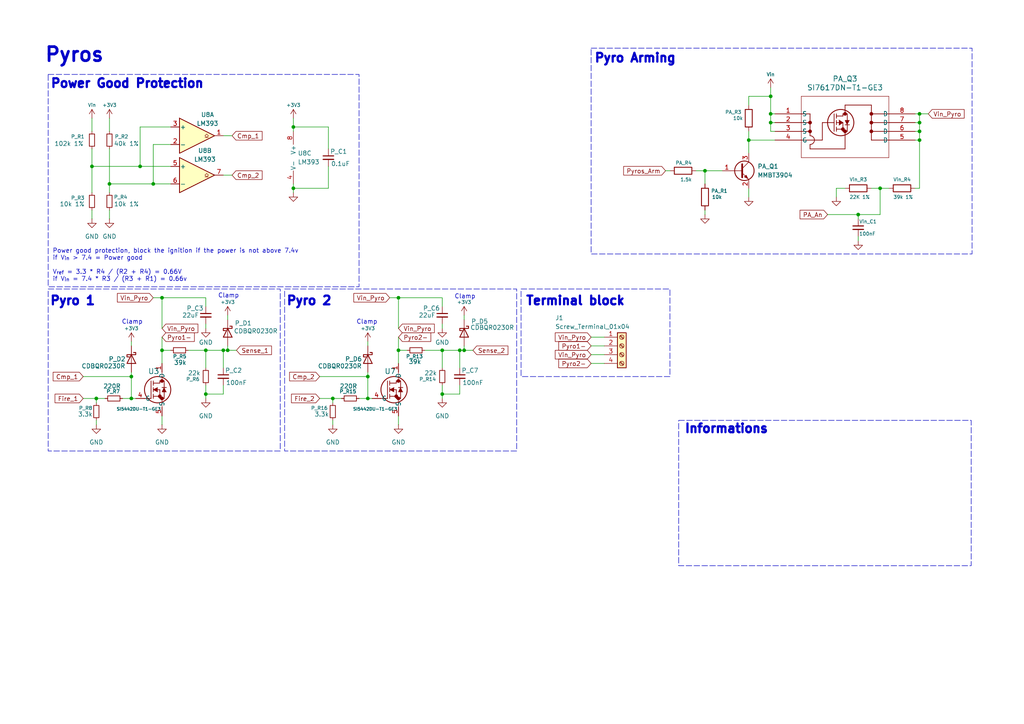
<source format=kicad_sch>
(kicad_sch (version 20250114) (generator "eeschema") (generator_version "9.0")
  (paper "A4")
  (lib_symbols
    (symbol "Comparator:LM393" (pin_names (offset 0.127))
      (property "Reference" "U" (at 3.81 3.81 0))
      (property "Value" "LM393" (at 6.35 -3.81 0))
      (symbol "LM393_1_1"
        (polyline (pts (xy -5.08 5.08) (xy 5.08 0) (xy -5.08 -5.08) (xy -5.08 5.08)) (stroke (width 0.254)) (fill (type background)))
        (polyline (pts (xy 3.302 -0.508) (xy 2.794 -0.508) (xy 3.302 0) (xy 2.794 0.508) (xy 2.286 0) (xy 2.794 -0.508) (xy 2.286 -0.508)) (stroke (width 0.127)))
        (pin input line (at -7.62 2.54 0) (length 2.54) (name "+") (number "3"))
        (pin input line (at -7.62 -2.54 0) (length 2.54) (name "-") (number "2"))
        (pin open_collector line (at 7.62 0 180) (length 2.54) (name "~") (number "1"))
      )
      (symbol "LM393_2_1"
        (polyline (pts (xy -5.08 5.08) (xy 5.08 0) (xy -5.08 -5.08) (xy -5.08 5.08)) (stroke (width 0.254)) (fill (type background)))
        (polyline (pts (xy 3.302 -0.508) (xy 2.794 -0.508) (xy 3.302 0) (xy 2.794 0.508) (xy 2.286 0) (xy 2.794 -0.508) (xy 2.286 -0.508)) (stroke (width 0.127)))
        (pin input line (at -7.62 2.54 0) (length 2.54) (name "+") (number "5"))
        (pin input line (at -7.62 -2.54 0) (length 2.54) (name "-") (number "6"))
        (pin open_collector line (at 7.62 0 180) (length 2.54) (name "~") (number "7"))
      )
      (symbol "LM393_3_1"
        (pin power_in line (at -2.54 7.62 270) (length 3.81) (name "V+") (number "8"))
        (pin power_in line (at -2.54 -7.62 90) (length 3.81) (name "V-") (number "4"))
      )
    )
    (symbol "Connector:Screw_Terminal_01x04" (pin_names (offset 1.016) (hide yes))
      (property "Reference" "J" (at 0 5.08 0))
      (property "Value" "Screw_Terminal_01x04" (at 0 -7.62 0))
      (symbol "Screw_Terminal_01x04_1_1"
        (rectangle (start -1.27 3.81) (end 1.27 -6.35) (stroke (width 0.254)) (fill (type background)))
        (polyline (pts (xy -0.5334 2.8702) (xy 0.3302 2.032)) (stroke (width 0.1524)))
        (polyline (pts (xy -0.5334 0.3302) (xy 0.3302 -0.508)) (stroke (width 0.1524)))
        (polyline (pts (xy -0.5334 -2.2098) (xy 0.3302 -3.048)) (stroke (width 0.1524)))
        (polyline (pts (xy -0.5334 -4.7498) (xy 0.3302 -5.588)) (stroke (width 0.1524)))
        (polyline (pts (xy -0.3556 3.048) (xy 0.508 2.2098)) (stroke (width 0.1524)))
        (polyline (pts (xy -0.3556 0.508) (xy 0.508 -0.3302)) (stroke (width 0.1524)))
        (polyline (pts (xy -0.3556 -2.032) (xy 0.508 -2.8702)) (stroke (width 0.1524)))
        (polyline (pts (xy -0.3556 -4.572) (xy 0.508 -5.4102)) (stroke (width 0.1524)))
        (circle (center 0 2.54) (radius 0.635) (stroke (width 0.1524)))
        (circle (center 0 0) (radius 0.635) (stroke (width 0.1524)))
        (circle (center 0 -2.54) (radius 0.635) (stroke (width 0.1524)))
        (circle (center 0 -5.08) (radius 0.635) (stroke (width 0.1524)))
        (pin passive line (at -5.08 2.54 0) (length 3.81) (name "Pin_1") (number "1"))
        (pin passive line (at -5.08 0 0) (length 3.81) (name "Pin_2") (number "2"))
        (pin passive line (at -5.08 -2.54 0) (length 3.81) (name "Pin_3") (number "3"))
        (pin passive line (at -5.08 -5.08 0) (length 3.81) (name "Pin_4") (number "4"))
      )
    )
    (symbol "Device:C_Small" (pin_numbers (hide yes)) (pin_names (offset 0.254) (hide yes))
      (property "Reference" "C" (at 0.254 1.778 0))
      (property "Value" "C_Small" (at 0.254 -2.032 0))
      (symbol "C_Small_0_1"
        (polyline (pts (xy -1.524 0.508) (xy 1.524 0.508)) (stroke (width 0.3048)))
        (polyline (pts (xy -1.524 -0.508) (xy 1.524 -0.508)) (stroke (width 0.3302)))
      )
      (symbol "C_Small_1_1"
        (pin passive line (at 0 2.54 270) (length 2.032) (name "~") (number "1"))
        (pin passive line (at 0 -2.54 90) (length 2.032) (name "~") (number "2"))
      )
    )
    (symbol "Device:R" (pin_numbers (hide yes)) (pin_names (offset 0))
      (property "Reference" "R" (at 2.032 0 90))
      (property "Value" "R" (at 0 0 90))
      (symbol "R_0_1"
        (rectangle (start -1.016 -2.54) (end 1.016 2.54) (stroke (width 0.254)))
      )
      (symbol "R_1_1"
        (pin passive line (at 0 3.81 270) (length 1.27) (name "~") (number "1"))
        (pin passive line (at 0 -3.81 90) (length 1.27) (name "~") (number "2"))
      )
    )
    (symbol "Device:R_Small" (pin_numbers (hide yes)) (pin_names (offset 0.254) (hide yes))
      (property "Reference" "R" (at 0 0 90))
      (property "Value" "R_Small" (at 1.778 0 90))
      (symbol "R_Small_0_1"
        (rectangle (start -0.762 1.778) (end 0.762 -1.778) (stroke (width 0.2032)))
      )
      (symbol "R_Small_1_1"
        (pin passive line (at 0 2.54 270) (length 0.762) (name "~") (number "1"))
        (pin passive line (at 0 -2.54 90) (length 0.762) (name "~") (number "2"))
      )
    )
    (symbol "Diode:BAT54J" (pin_numbers (hide yes)) (pin_names (offset 1.016) (hide yes))
      (property "Reference" "D" (at 0 2.54 0))
      (property "Value" "BAT54J" (at 0 -2.54 0))
      (symbol "BAT54J_0_1"
        (polyline (pts (xy -1.905 0.635) (xy -1.905 1.27) (xy -1.27 1.27) (xy -1.27 -1.27) (xy -0.635 -1.27) (xy -0.635 -0.635)) (stroke (width 0.254)))
        (polyline (pts (xy 1.27 1.27) (xy 1.27 -1.27) (xy -1.27 0) (xy 1.27 1.27)) (stroke (width 0.254)))
        (polyline (pts (xy 1.27 0) (xy -1.27 0)))
      )
      (symbol "BAT54J_1_1"
        (pin passive line (at -3.81 0 0) (length 2.54) (name "K") (number "1"))
        (pin passive line (at 3.81 0 180) (length 2.54) (name "A") (number "2"))
      )
    )
    (symbol "GND_1" (power) (pin_numbers (hide yes)) (pin_names (offset 0) (hide yes))
      (property "Value" "GND" (at 0 -3.81 0))
      (symbol "GND_1_0_1"
        (polyline (pts (xy 0 0) (xy 0 -1.27) (xy 1.27 -1.27) (xy 0 -2.54) (xy -1.27 -1.27) (xy 0 -1.27)))
      )
      (symbol "GND_1_1_1"
        (pin power_in line (at 0 0 270) (length 0) (name "~") (number "1"))
      )
    )
    (symbol "ODB2:SI5442DU-T1-GE3" (pin_names (offset 0.254))
      (property "Value" "SI5442DU-T1-GE3" (at 22.098 1.778 0))
      (symbol "SI5442DU-T1-GE3_0_1"
        (polyline (pts (xy 2.54 0) (xy 4.445 0)) (stroke (width 0.2032)))
        (polyline (pts (xy 4.445 0) (xy 4.445 5.08)) (stroke (width 0.2032)))
        (polyline (pts (xy 5.08 4.445) (xy 6.985 4.445)) (stroke (width 0.2032)))
        (polyline (pts (xy 5.08 3.81) (xy 5.08 5.08)) (stroke (width 0.2032)))
        (polyline (pts (xy 5.08 1.905) (xy 5.08 3.175)) (stroke (width 0.2032)))
        (polyline (pts (xy 5.08 0.635) (xy 6.985 0.635)) (stroke (width 0.2032)))
        (polyline (pts (xy 5.08 0) (xy 5.08 1.27)) (stroke (width 0.2032)))
        (polyline (pts (xy 6.35 3.175) (xy 5.08 2.54) (xy 6.35 1.905)) (fill (type outline)))
        (polyline (pts (xy 6.35 2.54) (xy 6.985 2.54)) (stroke (width 0.2032)))
        (circle (center 6.35 2.54) (radius 3.81) (stroke (width 0.254)))
        (polyline (pts (xy 6.985 5.08) (xy 8.255 5.08)) (stroke (width 0.2032)))
        (polyline (pts (xy 6.985 4.445) (xy 6.985 5.08)) (stroke (width 0.2032)))
        (circle (center 6.985 0.635) (radius 0.0254) (stroke (width 0.508)))
        (polyline (pts (xy 6.985 0) (xy 6.985 2.54)) (stroke (width 0.2032)))
        (polyline (pts (xy 6.985 0) (xy 8.255 0)) (stroke (width 0.2032)))
        (polyline (pts (xy 7.62 7.62) (xy 7.62 5.08)) (stroke (width 0.127)))
        (circle (center 7.62 5.08) (radius 0.0254) (stroke (width 0.508)))
        (circle (center 7.62 0) (radius 0.0254) (stroke (width 0.508)))
        (polyline (pts (xy 7.62 -2.54) (xy 7.62 0)) (stroke (width 0.127)))
        (polyline (pts (xy 8.255 3.175) (xy 8.255 5.08)) (stroke (width 0.2032)))
        (polyline (pts (xy 8.255 0) (xy 8.255 1.905)) (stroke (width 0.2032)))
        (polyline (pts (xy 8.89 3.175) (xy 7.62 3.175)) (stroke (width 0.2032)))
        (polyline (pts (xy 8.89 1.905) (xy 7.62 1.905) (xy 8.255 3.175)) (fill (type outline)))
        (pin unspecified line (at 0 0 0) (length 2.54) (name "G") (number "4"))
        (pin unspecified line (at 7.62 10.16 270) (length 2.54) (name "D") (number "1"))
        (pin unspecified line (at 7.62 -5.08 90) (length 2.54) (name "S") (number "5"))
      )
      (symbol "SI5442DU-T1-GE3_1_1"
        (pin unspecified line (at 7.62 10.16 270) (length 2.54) (hide yes) (name "D") (number "10"))
        (pin unspecified line (at 7.62 10.16 270) (length 2.54) (hide yes) (name "D") (number "2"))
        (pin unspecified line (at 7.62 10.16 270) (length 2.54) (hide yes) (name "D") (number "3"))
        (pin unspecified line (at 7.62 10.16 270) (length 2.54) (hide yes) (name "D") (number "6"))
        (pin unspecified line (at 7.62 10.16 270) (length 2.54) (hide yes) (name "D") (number "7"))
        (pin unspecified line (at 7.62 10.16 270) (length 2.54) (hide yes) (name "D") (number "8"))
        (pin unspecified line (at 7.62 -5.08 90) (length 2.54) (hide yes) (name "S") (number "9"))
      )
    )
    (symbol "ODB2:SI7617DN-T1-GE3" (pin_names (offset 0.254))
      (property "Reference" "PA_Q3" (at 20.32 10.16 0))
      (property "Value" "SI7617DN-T1-GE3" (at 20.32 7.62 0))
      (symbol "SI7617DN-T1-GE3_0_1"
        (polyline (pts (xy 7.62 5.08) (xy 7.62 -12.7)) (stroke (width 0.127)))
        (polyline (pts (xy 7.62 -7.62) (xy 13.716 -7.62)) (stroke (width 0.2032)))
        (polyline (pts (xy 7.62 -12.7) (xy 33.02 -12.7)) (stroke (width 0.127)))
        (arc (start 10.16 -6.35) (mid 11.4244 -7.62) (end 10.16 -8.89) (stroke (width 0.2032)))
        (polyline (pts (xy 10.16 0) (xy 7.62 0)) (stroke (width 0.2032)))
        (polyline (pts (xy 10.16 -2.54) (xy 7.62 -2.54)) (stroke (width 0.2032)))
        (circle (center 10.16 -2.54) (radius 0.0254) (stroke (width 0.508)))
        (polyline (pts (xy 10.16 -5.08) (xy 7.62 -5.08)) (stroke (width 0.2032)))
        (circle (center 10.16 -5.08) (radius 0.0254) (stroke (width 0.508)))
        (polyline (pts (xy 10.16 -6.35) (xy 10.16 0)) (stroke (width 0.2032)))
        (polyline (pts (xy 10.16 -10.16) (xy 10.16 -8.89)) (stroke (width 0.2032)))
        (polyline (pts (xy 13.716 -2.54) (xy 17.145 -2.54)) (stroke (width 0.2032)))
        (polyline (pts (xy 13.716 -7.62) (xy 13.716 -2.54)) (stroke (width 0.2032)))
        (polyline (pts (xy 17.145 -5.08) (xy 17.145 0)) (stroke (width 0.2032)))
        (polyline (pts (xy 17.78 -0.635) (xy 19.685 -0.635)) (stroke (width 0.2032)))
        (polyline (pts (xy 17.78 -1.27) (xy 17.78 0)) (stroke (width 0.2032)))
        (polyline (pts (xy 17.78 -2.54) (xy 19.685 -2.54)) (stroke (width 0.2032)))
        (polyline (pts (xy 17.78 -3.175) (xy 17.78 -1.905)) (stroke (width 0.2032)))
        (polyline (pts (xy 17.78 -4.445) (xy 19.685 -4.445)) (stroke (width 0.2032)))
        (polyline (pts (xy 17.78 -5.08) (xy 17.78 -3.81)) (stroke (width 0.2032)))
        (polyline (pts (xy 18.542 -1.778) (xy 19.685 -2.54) (xy 18.542 -3.302)) (fill (type outline)))
        (circle (center 19.05 -2.54) (radius 3.81) (stroke (width 0.254)))
        (polyline (pts (xy 19.685 0) (xy 20.955 0)) (stroke (width 0.2032)))
        (polyline (pts (xy 19.685 -0.635) (xy 19.685 0)) (stroke (width 0.2032)))
        (circle (center 19.685 -4.445) (radius 0.0254) (stroke (width 0.508)))
        (polyline (pts (xy 19.685 -5.08) (xy 19.685 -2.54)) (stroke (width 0.2032)))
        (polyline (pts (xy 19.685 -5.08) (xy 20.955 -5.08)) (stroke (width 0.2032)))
        (polyline (pts (xy 20.32 0) (xy 20.32 2.54)) (stroke (width 0.2032)))
        (circle (center 20.32 0) (radius 0.0254) (stroke (width 0.508)))
        (circle (center 20.32 -5.08) (radius 0.0254) (stroke (width 0.508)))
        (polyline (pts (xy 20.32 -10.16) (xy 10.16 -10.16)) (stroke (width 0.2032)))
        (polyline (pts (xy 20.32 -10.16) (xy 20.32 -5.08)) (stroke (width 0.2032)))
        (polyline (pts (xy 20.955 -1.905) (xy 20.955 0)) (stroke (width 0.2032)))
        (polyline (pts (xy 20.955 -5.08) (xy 20.955 -3.175)) (stroke (width 0.2032)))
        (polyline (pts (xy 21.59 -1.905) (xy 20.32 -1.905) (xy 20.955 -3.175)) (fill (type outline)))
        (polyline (pts (xy 21.59 -3.175) (xy 20.32 -3.175)) (stroke (width 0.2032)))
        (polyline (pts (xy 27.94 2.54) (xy 20.32 2.54)) (stroke (width 0.2032)))
        (polyline (pts (xy 27.94 0) (xy 33.02 0)) (stroke (width 0.2032)))
        (circle (center 27.94 0) (radius 0.0254) (stroke (width 0.508)))
        (polyline (pts (xy 27.94 -2.54) (xy 33.02 -2.54)) (stroke (width 0.2032)))
        (circle (center 27.94 -2.54) (radius 0.0254) (stroke (width 0.508)))
        (polyline (pts (xy 27.94 -5.08) (xy 33.02 -5.08)) (stroke (width 0.2032)))
        (circle (center 27.94 -5.08) (radius 0.0254) (stroke (width 0.508)))
        (polyline (pts (xy 27.94 -7.62) (xy 27.94 2.54)) (stroke (width 0.2032)))
        (polyline (pts (xy 27.94 -7.62) (xy 33.02 -7.62)) (stroke (width 0.2032)))
        (polyline (pts (xy 33.02 5.08) (xy 7.62 5.08)) (stroke (width 0.127)))
        (polyline (pts (xy 33.02 -12.7) (xy 33.02 5.08)) (stroke (width 0.127)))
        (pin unspecified line (at 0 0 0) (length 7.62) (name "S") (number "1"))
        (pin unspecified line (at 0 -2.54 0) (length 7.62) (name "S") (number "2"))
        (pin unspecified line (at 0 -5.08 0) (length 7.62) (name "S") (number "3"))
        (pin unspecified line (at 0 -7.62 0) (length 7.62) (name "G") (number "4"))
        (pin unspecified line (at 40.64 0 180) (length 7.62) (name "D") (number "8"))
        (pin unspecified line (at 40.64 -2.54 180) (length 7.62) (name "D") (number "7"))
        (pin unspecified line (at 40.64 -5.08 180) (length 7.62) (name "D") (number "6"))
        (pin unspecified line (at 40.64 -7.62 180) (length 7.62) (name "D") (number "5"))
      )
      (symbol "SI7617DN-T1-GE3_1_1"
        (pin unspecified line (at 40.64 0 180) (length 7.62) (hide yes) (name "D") (number "9"))
      )
    )
    (symbol "SI5442DU-T1-GE3_3" (pin_names (offset 0.254))
      (property "Value" "SI5442DU-T1-GE3" (at 22.098 1.778 0))
      (symbol "SI5442DU-T1-GE3_3_0_1"
        (polyline (pts (xy 2.54 0) (xy 4.445 0)) (stroke (width 0.2032)))
        (polyline (pts (xy 4.445 0) (xy 4.445 5.08)) (stroke (width 0.2032)))
        (polyline (pts (xy 5.08 4.445) (xy 6.985 4.445)) (stroke (width 0.2032)))
        (polyline (pts (xy 5.08 3.81) (xy 5.08 5.08)) (stroke (width 0.2032)))
        (polyline (pts (xy 5.08 1.905) (xy 5.08 3.175)) (stroke (width 0.2032)))
        (polyline (pts (xy 5.08 0.635) (xy 6.985 0.635)) (stroke (width 0.2032)))
        (polyline (pts (xy 5.08 0) (xy 5.08 1.27)) (stroke (width 0.2032)))
        (polyline (pts (xy 6.35 3.175) (xy 5.08 2.54) (xy 6.35 1.905)) (fill (type outline)))
        (polyline (pts (xy 6.35 2.54) (xy 6.985 2.54)) (stroke (width 0.2032)))
        (circle (center 6.35 2.54) (radius 3.81) (stroke (width 0.254)))
        (polyline (pts (xy 6.985 5.08) (xy 8.255 5.08)) (stroke (width 0.2032)))
        (polyline (pts (xy 6.985 4.445) (xy 6.985 5.08)) (stroke (width 0.2032)))
        (circle (center 6.985 0.635) (radius 0.0254) (stroke (width 0.508)))
        (polyline (pts (xy 6.985 0) (xy 6.985 2.54)) (stroke (width 0.2032)))
        (polyline (pts (xy 6.985 0) (xy 8.255 0)) (stroke (width 0.2032)))
        (polyline (pts (xy 7.62 7.62) (xy 7.62 5.08)) (stroke (width 0.127)))
        (circle (center 7.62 5.08) (radius 0.0254) (stroke (width 0.508)))
        (circle (center 7.62 0) (radius 0.0254) (stroke (width 0.508)))
        (polyline (pts (xy 7.62 -2.54) (xy 7.62 0)) (stroke (width 0.127)))
        (polyline (pts (xy 8.255 3.175) (xy 8.255 5.08)) (stroke (width 0.2032)))
        (polyline (pts (xy 8.255 0) (xy 8.255 1.905)) (stroke (width 0.2032)))
        (polyline (pts (xy 8.89 3.175) (xy 7.62 3.175)) (stroke (width 0.2032)))
        (polyline (pts (xy 8.89 1.905) (xy 7.62 1.905) (xy 8.255 3.175)) (fill (type outline)))
        (pin unspecified line (at 0 0 0) (length 2.54) (name "G") (number "4"))
        (pin unspecified line (at 7.62 10.16 270) (length 2.54) (name "D") (number "1"))
        (pin unspecified line (at 7.62 -5.08 90) (length 2.54) (name "S") (number "5"))
      )
      (symbol "SI5442DU-T1-GE3_3_1_1"
        (pin unspecified line (at 7.62 10.16 270) (length 2.54) (hide yes) (name "D") (number "10"))
        (pin unspecified line (at 7.62 10.16 270) (length 2.54) (hide yes) (name "D") (number "2"))
        (pin unspecified line (at 7.62 10.16 270) (length 2.54) (hide yes) (name "D") (number "3"))
        (pin unspecified line (at 7.62 10.16 270) (length 2.54) (hide yes) (name "D") (number "6"))
        (pin unspecified line (at 7.62 10.16 270) (length 2.54) (hide yes) (name "D") (number "7"))
        (pin unspecified line (at 7.62 10.16 270) (length 2.54) (hide yes) (name "D") (number "8"))
        (pin unspecified line (at 7.62 -5.08 90) (length 2.54) (hide yes) (name "S") (number "9"))
      )
    )
    (symbol "Transistor_BJT:MMBT3904" (pin_names (offset 0) (hide yes))
      (property "Reference" "Q" (at 5.08 1.905 0))
      (property "Value" "MMBT3904" (at 5.08 0 0))
      (symbol "MMBT3904_0_1"
        (polyline (pts (xy -2.54 0) (xy 0.635 0)))
        (polyline (pts (xy 0.635 1.905) (xy 0.635 -1.905)) (stroke (width 0.508)))
        (circle (center 1.27 0) (radius 2.8194) (stroke (width 0.254)))
      )
      (symbol "MMBT3904_1_1"
        (polyline (pts (xy 0.635 0.635) (xy 2.54 2.54)))
        (polyline (pts (xy 0.635 -0.635) (xy 2.54 -2.54)))
        (polyline (pts (xy 1.27 -1.778) (xy 1.778 -1.27) (xy 2.286 -2.286) (xy 1.27 -1.778)) (fill (type outline)))
        (pin input line (at -5.08 0 0) (length 2.54) (name "B") (number "1"))
        (pin passive line (at 2.54 5.08 270) (length 2.54) (name "C") (number "3"))
        (pin passive line (at 2.54 -5.08 90) (length 2.54) (name "E") (number "2"))
      )
    )
    (symbol "power:+12V" (power) (pin_names (offset 0))
      (property "Value" "+12V" (at 0 3.556 0))
      (symbol "+12V_0_1"
        (polyline (pts (xy -0.762 1.27) (xy 0 2.54)))
        (polyline (pts (xy 0 2.54) (xy 0.762 1.27)))
        (polyline (pts (xy 0 0) (xy 0 2.54)))
      )
      (symbol "+12V_1_1"
        (pin power_in line (at 0 0 90) (length 0) (hide yes) (name "+12V") (number "1"))
      )
    )
    (symbol "power:+3V3" (power) (pin_names (offset 0))
      (property "Value" "+3V3" (at 0 3.556 0))
      (symbol "+3V3_0_1"
        (polyline (pts (xy -0.762 1.27) (xy 0 2.54)))
        (polyline (pts (xy 0 2.54) (xy 0.762 1.27)))
        (polyline (pts (xy 0 0) (xy 0 2.54)))
      )
      (symbol "+3V3_1_1"
        (pin power_in line (at 0 0 90) (length 0) (hide yes) (name "+3V3") (number "1"))
      )
    )
    (symbol "power:GND" (power) (pin_names (offset 0))
      (property "Value" "GND" (at 0 -3.81 0))
      (symbol "GND_0_1"
        (polyline (pts (xy 0 0) (xy 0 -1.27) (xy 1.27 -1.27) (xy 0 -2.54) (xy -1.27 -1.27) (xy 0 -1.27)))
      )
      (symbol "GND_1_1"
        (pin power_in line (at 0 0 270) (length 0) (hide yes) (name "GND") (number "1"))
      )
    )
  )
  (rectangle (start 82.55 83.82) (end 149.86 130.81) (stroke (width 0) (type dash)))
  (rectangle (start 151.13 83.82) (end 194.31 109.22) (stroke (width 0) (type dash)))
  (rectangle (start 13.97 21.59) (end 104.14 83.185) (stroke (width 0) (type dash)))
  (rectangle (start 13.97 83.82) (end 81.28 130.81) (stroke (width 0) (type dash)))
  (rectangle (start 171.45 13.97) (end 281.94 73.66) (stroke (width 0) (type dash)))
  (rectangle (start 196.85 121.92) (end 281.686 164.084) (stroke (width 0) (type dash)))
  (text "Power good protection, block the ignition if the power is not above 7.4v\nif V_{in} > 7.4 = Power good\n\nV_{ref} = 3.3 * R4 / (R2 + R4) = 0.66V\nif V_{in} = 7.4 * R3 / (R3 + R1) = 0.66v\n" (at 15.24 76.962 0) (effects (font (size 1.27 1.27)) (justify left)))
  (text "Clamp" (at 66.294 85.852 0) (effects (font (size 1.27 1.27))))
  (text "Clamp" (at 38.354 93.472 0) (effects (font (size 1.27 1.27))))
  (text "Pyro 1" (at 21.082 87.376 0) (effects (font (size 2.54 2.54) (thickness 0.8) (bold yes))))
  (text "Terminal block" (at 166.878 87.376 0) (effects (font (size 2.54 2.54) (thickness 0.8) (bold yes))))
  (text "Pyro Arming" (at 172.212 15.494 0) (effects (font (size 2.54 2.54) (thickness 0.8) (bold yes)) (justify left top)))
  (text "Clamp" (at 134.874 86.106 0) (effects (font (size 1.27 1.27))))
  (text "Pyros" (at 21.59 16.002 0) (effects (font (size 4.064 4.064) (thickness 0.8) (bold yes))))
  (text "Informations" (at 198.374 124.46 0) (effects (font (size 2.54 2.54) (thickness 0.8) (bold yes)) (justify left)))
  (text "Power Good Protection" (at 14.478 22.86 0) (effects (font (size 2.54 2.54) (thickness 0.8) (bold yes)) (justify left top)))
  (text "Pyro 2" (at 89.662 87.376 0) (effects (font (size 2.54 2.54) (thickness 0.8) (bold yes))))
  (text "Clamp" (at 106.426 93.472 0) (effects (font (size 1.27 1.27))))
  (junction (at 266.7 35.56))
  (junction (at 266.7 40.64))
  (junction (at 31.75 53.34))
  (junction (at 266.7 33.02))
  (junction (at 106.68 115.57))
  (junction (at 46.99 86.36))
  (junction (at 59.69 101.6))
  (junction (at 217.17 40.64))
  (junction (at 248.92 62.23))
  (junction (at 85.09 54.61))
  (junction (at 134.62 101.6))
  (junction (at 266.7 38.1))
  (junction (at 128.27 101.6))
  (junction (at 85.09 36.83))
  (junction (at 204.47 49.53))
  (junction (at 66.04 101.6))
  (junction (at 64.77 101.6))
  (junction (at 59.69 114.3))
  (junction (at 223.52 33.02))
  (junction (at 26.67 48.26))
  (junction (at 128.27 114.3))
  (junction (at 115.57 101.6))
  (junction (at 96.52 115.57))
  (junction (at 40.64 48.26))
  (junction (at 255.27 54.61))
  (junction (at 106.68 109.22))
  (junction (at 46.99 101.6))
  (junction (at 133.35 101.6))
  (junction (at 44.45 53.34))
  (junction (at 27.94 115.57))
  (junction (at 223.52 27.94))
  (junction (at 38.1 109.22))
  (junction (at 115.57 86.36))
  (junction (at 223.52 35.56))
  (junction (at 38.1 115.57))
  (wire (pts (xy 223.52 38.1) (xy 224.79 38.1)))
  (wire (pts (xy 38.1 115.57) (xy 39.37 115.57)))
  (wire (pts (xy 133.35 106.68) (xy 133.35 101.6)))
  (wire (pts (xy 59.69 101.6) (xy 64.77 101.6)))
  (wire (pts (xy 265.43 38.1) (xy 266.7 38.1)))
  (wire (pts (xy 38.1 109.22) (xy 38.1 115.57)))
  (wire (pts (xy 95.25 54.61) (xy 85.09 54.61)))
  (wire (pts (xy 95.25 36.83) (xy 85.09 36.83)))
  (wire (pts (xy 106.68 107.95) (xy 106.68 109.22)))
  (wire (pts (xy 217.17 54.61) (xy 217.17 57.15)))
  (wire (pts (xy 64.77 114.3) (xy 59.69 114.3)))
  (wire (pts (xy 92.71 109.22) (xy 106.68 109.22)))
  (wire (pts (xy 217.17 40.64) (xy 224.79 40.64)))
  (wire (pts (xy 128.27 101.6) (xy 128.27 106.68)))
  (wire (pts (xy 46.99 120.65) (xy 46.99 123.19)))
  (wire (pts (xy 44.45 41.91) (xy 49.53 41.91)))
  (wire (pts (xy 64.77 106.68) (xy 64.77 101.6)))
  (wire (pts (xy 265.43 33.02) (xy 266.7 33.02)))
  (wire (pts (xy 64.77 39.37) (xy 67.31 39.37)))
  (wire (pts (xy 59.69 86.36) (xy 59.69 88.9)))
  (wire (pts (xy 54.61 101.6) (xy 59.69 101.6)))
  (wire (pts (xy 115.57 101.6) (xy 118.11 101.6)))
  (wire (pts (xy 59.69 101.6) (xy 59.69 106.68)))
  (wire (pts (xy 40.64 36.83) (xy 49.53 36.83)))
  (wire (pts (xy 66.04 101.6) (xy 68.58 101.6)))
  (wire (pts (xy 223.52 33.02) (xy 224.79 33.02)))
  (wire (pts (xy 201.93 49.53) (xy 204.47 49.53)))
  (wire (pts (xy 266.7 33.02) (xy 269.24 33.02)))
  (wire (pts (xy 27.94 121.92) (xy 27.94 123.19)))
  (wire (pts (xy 66.04 100.33) (xy 66.04 101.6)))
  (wire (pts (xy 128.27 86.36) (xy 115.57 86.36)))
  (wire (pts (xy 104.14 115.57) (xy 106.68 115.57)))
  (wire (pts (xy 204.47 60.96) (xy 204.47 62.23)))
  (wire (pts (xy 133.35 111.76) (xy 133.35 114.3)))
  (wire (pts (xy 85.09 54.61) (xy 85.09 55.88)))
  (wire (pts (xy 106.68 99.06) (xy 106.68 100.33)))
  (wire (pts (xy 59.69 114.3) (xy 59.69 115.57)))
  (wire (pts (xy 35.56 115.57) (xy 38.1 115.57)))
  (wire (pts (xy 31.75 60.96) (xy 31.75 63.5)))
  (wire (pts (xy 128.27 114.3) (xy 128.27 115.57)))
  (wire (pts (xy 128.27 86.36) (xy 128.27 88.9)))
  (wire (pts (xy 171.45 102.87) (xy 175.26 102.87)))
  (wire (pts (xy 66.04 91.44) (xy 66.04 92.71)))
  (wire (pts (xy 46.99 101.6) (xy 49.53 101.6)))
  (wire (pts (xy 248.92 63.5) (xy 248.92 62.23)))
  (wire (pts (xy 133.35 114.3) (xy 128.27 114.3)))
  (wire (pts (xy 95.25 48.26) (xy 95.25 54.61)))
  (wire (pts (xy 255.27 54.61) (xy 257.81 54.61)))
  (wire (pts (xy 171.45 105.41) (xy 175.26 105.41)))
  (wire (pts (xy 217.17 38.1) (xy 217.17 40.64)))
  (wire (pts (xy 223.52 35.56) (xy 223.52 38.1)))
  (wire (pts (xy 115.57 120.65) (xy 115.57 123.19)))
  (wire (pts (xy 171.45 97.79) (xy 175.26 97.79)))
  (wire (pts (xy 134.62 100.33) (xy 134.62 101.6)))
  (wire (pts (xy 85.09 36.83) (xy 85.09 38.1)))
  (wire (pts (xy 245.11 54.61) (xy 242.57 54.61)))
  (wire (pts (xy 85.09 34.29) (xy 85.09 36.83)))
  (wire (pts (xy 266.7 40.64) (xy 266.7 38.1)))
  (wire (pts (xy 59.69 111.76) (xy 59.69 114.3)))
  (wire (pts (xy 46.99 101.6) (xy 46.99 105.41)))
  (wire (pts (xy 217.17 27.94) (xy 223.52 27.94)))
  (wire (pts (xy 44.45 53.34) (xy 49.53 53.34)))
  (wire (pts (xy 134.62 91.44) (xy 134.62 92.71)))
  (wire (pts (xy 59.69 86.36) (xy 46.99 86.36)))
  (wire (pts (xy 38.1 99.06) (xy 38.1 100.33)))
  (wire (pts (xy 26.67 34.29) (xy 26.67 38.1)))
  (wire (pts (xy 44.45 41.91) (xy 44.45 53.34)))
  (wire (pts (xy 266.7 35.56) (xy 266.7 38.1)))
  (wire (pts (xy 223.52 33.02) (xy 223.52 35.56)))
  (wire (pts (xy 26.67 48.26) (xy 26.67 55.88)))
  (wire (pts (xy 115.57 101.6) (xy 115.57 105.41)))
  (wire (pts (xy 95.25 43.18) (xy 95.25 36.83)))
  (wire (pts (xy 106.68 109.22) (xy 106.68 115.57)))
  (wire (pts (xy 30.48 115.57) (xy 27.94 115.57)))
  (wire (pts (xy 40.64 36.83) (xy 40.64 48.26)))
  (wire (pts (xy 115.57 86.36) (xy 115.57 95.25)))
  (wire (pts (xy 128.27 95.25) (xy 128.27 93.98)))
  (wire (pts (xy 128.27 111.76) (xy 128.27 114.3)))
  (wire (pts (xy 266.7 35.56) (xy 266.7 33.02)))
  (wire (pts (xy 38.1 107.95) (xy 38.1 109.22)))
  (wire (pts (xy 31.75 43.18) (xy 31.75 53.34)))
  (wire (pts (xy 44.45 53.34) (xy 31.75 53.34)))
  (wire (pts (xy 64.77 50.8) (xy 67.31 50.8)))
  (wire (pts (xy 26.67 48.26) (xy 40.64 48.26)))
  (wire (pts (xy 265.43 40.64) (xy 266.7 40.64)))
  (wire (pts (xy 265.43 35.56) (xy 266.7 35.56)))
  (wire (pts (xy 44.45 86.36) (xy 46.99 86.36)))
  (wire (pts (xy 31.75 53.34) (xy 31.75 55.88)))
  (wire (pts (xy 134.62 101.6) (xy 137.16 101.6)))
  (wire (pts (xy 26.67 60.96) (xy 26.67 63.5)))
  (wire (pts (xy 24.13 115.57) (xy 27.94 115.57)))
  (wire (pts (xy 255.27 62.23) (xy 255.27 54.61)))
  (wire (pts (xy 266.7 54.61) (xy 266.7 40.64)))
  (wire (pts (xy 248.92 69.85) (xy 248.92 68.58)))
  (wire (pts (xy 217.17 30.48) (xy 217.17 27.94)))
  (wire (pts (xy 59.69 95.25) (xy 59.69 93.98)))
  (wire (pts (xy 27.94 115.57) (xy 27.94 116.84)))
  (wire (pts (xy 204.47 49.53) (xy 204.47 53.34)))
  (wire (pts (xy 133.35 101.6) (xy 134.62 101.6)))
  (wire (pts (xy 85.09 53.34) (xy 85.09 54.61)))
  (wire (pts (xy 64.77 111.76) (xy 64.77 114.3)))
  (wire (pts (xy 248.92 62.23) (xy 255.27 62.23)))
  (wire (pts (xy 217.17 40.64) (xy 217.17 44.45)))
  (wire (pts (xy 265.43 54.61) (xy 266.7 54.61)))
  (wire (pts (xy 96.52 121.92) (xy 96.52 123.19)))
  (wire (pts (xy 223.52 25.4) (xy 223.52 27.94)))
  (wire (pts (xy 64.77 101.6) (xy 66.04 101.6)))
  (wire (pts (xy 46.99 86.36) (xy 46.99 95.25)))
  (wire (pts (xy 252.73 54.61) (xy 255.27 54.61)))
  (wire (pts (xy 31.75 34.29) (xy 31.75 38.1)))
  (wire (pts (xy 106.68 115.57) (xy 107.95 115.57)))
  (wire (pts (xy 240.03 62.23) (xy 248.92 62.23)))
  (wire (pts (xy 24.13 109.22) (xy 38.1 109.22)))
  (wire (pts (xy 224.79 35.56) (xy 223.52 35.56)))
  (wire (pts (xy 96.52 115.57) (xy 96.52 116.84)))
  (wire (pts (xy 115.57 97.79) (xy 115.57 101.6)))
  (wire (pts (xy 171.45 100.33) (xy 175.26 100.33)))
  (wire (pts (xy 26.67 43.18) (xy 26.67 48.26)))
  (wire (pts (xy 123.19 101.6) (xy 128.27 101.6)))
  (wire (pts (xy 46.99 97.79) (xy 46.99 101.6)))
  (wire (pts (xy 92.71 115.57) (xy 96.52 115.57)))
  (wire (pts (xy 113.03 86.36) (xy 115.57 86.36)))
  (wire (pts (xy 99.06 115.57) (xy 96.52 115.57)))
  (wire (pts (xy 128.27 101.6) (xy 133.35 101.6)))
  (wire (pts (xy 193.04 49.53) (xy 194.31 49.53)))
  (wire (pts (xy 242.57 54.61) (xy 242.57 57.15)))
  (wire (pts (xy 223.52 27.94) (xy 223.52 33.02)))
  (wire (pts (xy 40.64 48.26) (xy 49.53 48.26)))
  (wire (pts (xy 204.47 49.53) (xy 209.55 49.53)))
  (global_label "Fire_2" (shape input) (at 92.71 115.57 180) (property "Intersheetrefs" "${INTERSHEET_REFS}" (effects (hide yes))))
  (global_label "Pyros_Arm" (shape input) (at 193.04 49.53 180) (property "Intersheetrefs" "${INTERSHEET_REFS}" (effects (hide yes))))
  (global_label "Sense_2" (shape input) (at 137.16 101.6 0) (property "Intersheetrefs" "${INTERSHEET_REFS}" (effects (hide yes))))
  (global_label "Vin_Pyro" (shape input) (at 171.45 97.79 180) (property "Intersheetrefs" "${INTERSHEET_REFS}" (effects (hide yes))))
  (global_label "Vin_Pyro" (shape input) (at 171.45 102.87 180) (property "Intersheetrefs" "${INTERSHEET_REFS}" (effects (hide yes))))
  (global_label "Vin_Pyro" (shape input) (at 269.24 33.02 0) (property "Intersheetrefs" "${INTERSHEET_REFS}" (effects (hide yes))))
  (global_label "Fire_1" (shape input) (at 24.13 115.57 180) (property "Intersheetrefs" "${INTERSHEET_REFS}" (effects (hide yes))))
  (global_label "Cmp_1" (shape input) (at 67.31 39.37 0) (property "Intersheetrefs" "${INTERSHEET_REFS}" (effects (hide yes))))
  (global_label "Cmp_2" (shape input) (at 67.31 50.8 0) (property "Intersheetrefs" "${INTERSHEET_REFS}" (effects (hide yes))))
  (global_label "Cmp_2" (shape input) (at 92.71 109.22 180) (property "Intersheetrefs" "${INTERSHEET_REFS}" (effects (hide yes))))
  (global_label "PA_An" (shape input) (at 240.03 62.23 180) (property "Intersheetrefs" "${INTERSHEET_REFS}" (effects (hide yes))))
  (global_label "Vin_Pyro" (shape input) (at 44.45 86.36 180) (property "Intersheetrefs" "${INTERSHEET_REFS}" (effects (hide yes))))
  (global_label "Pyro1-" (shape input) (at 171.45 100.33 180) (property "Intersheetrefs" "${INTERSHEET_REFS}" (effects (hide yes))))
  (global_label "Pyro2-" (shape input) (at 115.57 97.79 0) (property "Intersheetrefs" "${INTERSHEET_REFS}" (effects (hide yes))))
  (global_label "Cmp_1" (shape input) (at 24.13 109.22 180) (property "Intersheetrefs" "${INTERSHEET_REFS}" (effects (hide yes))))
  (global_label "Sense_1" (shape input) (at 68.58 101.6 0) (property "Intersheetrefs" "${INTERSHEET_REFS}" (effects (hide yes))))
  (global_label "Vin_Pyro" (shape input) (at 115.57 95.25 0) (property "Intersheetrefs" "${INTERSHEET_REFS}" (effects (hide yes))))
  (global_label "Pyro2-" (shape input) (at 171.45 105.41 180) (property "Intersheetrefs" "${INTERSHEET_REFS}" (effects (hide yes))))
  (global_label "Pyro1-" (shape input) (at 46.99 97.79 0) (property "Intersheetrefs" "${INTERSHEET_REFS}" (effects (hide yes))))
  (global_label "Vin_Pyro" (shape input) (at 46.99 95.25 0) (property "Intersheetrefs" "${INTERSHEET_REFS}" (effects (hide yes))))
  (global_label "Vin_Pyro" (shape input) (at 113.03 86.36 180) (property "Intersheetrefs" "${INTERSHEET_REFS}" (effects (hide yes))))
  (symbol (lib_name "GND_1") (lib_id "power:GND") (at 27.94 123.19 0) (unit 1)
    (property "Reference" "#PWR02" (effects (hide yes)))
    (property "Value" "GND" (at 27.94 128.27 0))
    (property "Description" "Power symbol creates a global label with name \"GND\" , ground" (effects (hide yes)))
  )
  (symbol (lib_id "Device:R_Small") (at 31.75 58.42 0) (unit 1)
    (property "Reference" "P_R4" (at 33.02 57.15 0) (effects (font (size 1.016 1.016)) (justify left)))
    (property "Value" "10k 1%" (at 33.02 59.182 0) (effects (justify left)))
    (property "Footprint" "Resistor_SMD:R_0603_1608Metric" (effects (hide yes)))
    (property "Description" "Resistor, small symbol" (effects (hide yes)))
  )
  (symbol (lib_id "Diode:BAT54J") (at 66.04 96.52 270) (unit 1)
    (property "Reference" "P_D1" (at 68.072 93.726 90) (effects (justify left)))
    (property "Value" "CDBQR0230R" (at 67.818 96.012 90) (effects (justify left)))
    (property "Footprint" "Diode_SMD:D_SOD-923" (effects (hide yes)))
    (property "Datasheet" "https://assets.nexperia.com/documents/data-sheet/BAT54J.pdf" (effects (hide yes)))
    (property "Description" "30V 200mA Schottky diode, SOD-323F" (effects (hide yes)))
  )
  (symbol (lib_id "Device:R_Small") (at 31.75 40.64 0) (unit 1)
    (property "Reference" "P_R2" (at 33.274 39.624 0) (effects (font (size 1.016 1.016)) (justify left)))
    (property "Value" "40k 1%" (at 33.02 41.656 0) (effects (justify left)))
    (property "Footprint" "Resistor_SMD:R_0603_1608Metric" (effects (hide yes)))
    (property "Description" "Resistor, small symbol" (effects (hide yes)))
  )
  (symbol (lib_id "ODB2:SI5442DU-T1-GE3") (at 107.95 115.57 0) (unit 1)
    (property "Reference" "U7" (at 111.506 107.696 0) (effects (font (size 1.524 1.524)) (justify left)))
    (property "Value" "SI5442DU-T1-GE3" (at 102.362 118.618 0) (effects (font (size 0.889 0.889)) (justify left)))
    (property "Footprint" "SON_8DU-T1-GE3_VIS" (effects (hide yes)))
    (property "Datasheet" "https://www.vishay.com/doc?63233" (effects (hide yes)))
  )
  (symbol (lib_id "power:GND") (at 85.09 55.88 0) (unit 1)
    (property "Reference" "#PWR0131" (effects (hide yes)))
    (property "Value" "GND" (effects (hide yes)))
  )
  (symbol (lib_id "power:GND") (at 204.47 62.23 0) (unit 1)
    (property "Reference" "#PWR0128" (effects (hide yes)))
    (property "Value" "GND" (effects (hide yes)))
  )
  (symbol (lib_id "Device:R_Small") (at 52.07 101.6 90) (unit 1)
    (property "Reference" "P_R5" (at 54.102 103.378 90) (effects (font (size 1.016 1.016)) (justify left)))
    (property "Value" "39k" (at 54.102 105.156 90) (effects (justify left)))
    (property "Footprint" "Resistor_SMD:R_0603_1608Metric" (effects (hide yes)))
    (property "Description" "Resistor, small symbol" (effects (hide yes)))
  )
  (symbol (lib_id "Device:R") (at 248.92 54.61 90) (unit 1)
    (property "Reference" "Vin_R3" (at 246.38 52.07 90) (effects (font (size 1 1)) (justify right)))
    (property "Value" "22K 1%" (at 246.38 57.15 90) (effects (font (size 1 1)) (justify right)))
    (property "Footprint" "Resistor_SMD:R_0603_1608Metric" (effects (hide yes)))
  )
  (symbol (lib_id "Device:R") (at 217.17 34.29 180) (unit 1)
    (property "Reference" "PA_R3" (at 210.312 32.512 0) (effects (font (size 1 1)) (justify right)))
    (property "Value" "10k" (at 212.598 34.29 0) (effects (font (size 1 1)) (justify right)))
    (property "Footprint" "Resistor_SMD:R_0603_1608Metric" (effects (hide yes)))
  )
  (symbol (lib_id "Device:R") (at 204.47 57.15 180) (unit 1)
    (property "Reference" "PA_R1" (at 206.248 55.372 0) (effects (font (size 1 1)) (justify right)))
    (property "Value" "10k" (at 206.502 57.15 0) (effects (font (size 1 1)) (justify right)))
    (property "Footprint" "Resistor_SMD:R_0603_1608Metric" (effects (hide yes)))
  )
  (symbol (lib_id "Device:C_Small") (at 59.69 91.44 0) (unit 1)
    (property "Reference" "P_C3" (at 54.102 89.408 0) (effects (justify left)))
    (property "Value" "22uF" (at 52.832 91.44 0) (effects (justify left)))
    (property "Footprint" "Capacitor_SMD:C_0603_1608Metric" (effects (hide yes)))
    (property "Description" "Unpolarized capacitor, small symbol" (effects (hide yes)))
  )
  (symbol (lib_id "Device:R_Small") (at 59.69 109.22 180) (unit 1)
    (property "Reference" "P_R6" (at 57.912 109.982 0) (effects (font (size 1.016 1.016)) (justify left)))
    (property "Value" "22k" (at 58.166 108.204 0) (effects (justify left)))
    (property "Footprint" "Resistor_SMD:R_0603_1608Metric" (effects (hide yes)))
    (property "Description" "Resistor, small symbol" (effects (hide yes)))
  )
  (symbol (lib_name "GND_1") (lib_id "power:GND") (at 31.75 63.5 0) (unit 1)
    (property "Reference" "#PWR08" (effects (hide yes)))
    (property "Value" "GND" (at 31.75 68.58 0))
    (property "Description" "Power symbol creates a global label with name \"GND\" , ground" (effects (hide yes)))
  )
  (symbol (lib_id "Device:C_Small") (at 133.35 109.22 0) (unit 1)
    (property "Reference" "P_C7" (at 133.858 107.442 0) (effects (justify left)))
    (property "Value" "100nF" (at 134.112 110.998 0) (effects (justify left)))
    (property "Footprint" "Capacitor_SMD:C_0603_1608Metric" (effects (hide yes)))
    (property "Description" "Unpolarized capacitor, small symbol" (effects (hide yes)))
  )
  (symbol (lib_name "GND_1") (lib_id "power:GND") (at 46.99 123.19 0) (unit 1)
    (property "Reference" "#PWR029" (effects (hide yes)))
    (property "Value" "GND" (at 46.99 128.27 0))
    (property "Description" "Power symbol creates a global label with name \"GND\" , ground" (effects (hide yes)))
  )
  (symbol (lib_name "GND_1") (lib_id "power:GND") (at 26.67 63.5 0) (unit 1)
    (property "Reference" "#PWR0133" (effects (hide yes)))
    (property "Value" "GND" (at 26.67 68.58 0))
    (property "Description" "Power symbol creates a global label with name \"GND\" , ground" (effects (hide yes)))
  )
  (symbol (lib_id "power:+3V3") (at 106.68 99.06 0) (unit 1)
    (property "Reference" "#PWR059" (effects (hide yes)))
    (property "Value" "+3V3" (at 106.68 95.25 0) (effects (font (size 1 1))))
  )
  (symbol (lib_id "Device:R_Small") (at 26.67 40.64 0) (unit 1)
    (property "Reference" "P_R1" (at 20.574 39.624 0) (effects (font (size 1.016 1.016)) (justify left)))
    (property "Value" "102k 1%" (at 15.748 41.656 0) (effects (justify left)))
    (property "Footprint" "Resistor_SMD:R_0603_1608Metric" (effects (hide yes)))
    (property "Description" "Resistor, small symbol" (effects (hide yes)))
  )
  (symbol (lib_id "Comparator:LM393") (at 57.15 50.8 0) (unit 2)
    (property "Reference" "U8" (at 59.436 43.688 0))
    (property "Value" "LM393" (at 59.436 46.228 0))
    (property "Datasheet" "http://www.ti.com/lit/ds/symlink/lm393.pdf" (effects (hide yes)))
    (property "Description" "Low-Power, Low-Offset Voltage, Dual Comparators, DIP-8/SOIC-8/TO-99-8" (effects (hide yes)))
  )
  (symbol (lib_id "power:GND") (at 217.17 57.15 0) (unit 1)
    (property "Reference" "#PWR066" (effects (hide yes)))
    (property "Value" "GND" (effects (hide yes)))
  )
  (symbol (lib_id "Diode:BAT54J") (at 38.1 104.14 270) (unit 1)
    (property "Reference" "P_D2" (at 31.496 104.14 90) (effects (justify left)))
    (property "Value" "CDBQR0230R" (at 23.622 106.172 90) (effects (justify left)))
    (property "Footprint" "Diode_SMD:D_SOD-923" (effects (hide yes)))
    (property "Datasheet" "https://assets.nexperia.com/documents/data-sheet/BAT54J.pdf" (effects (hide yes)))
    (property "Description" "30V 200mA Schottky diode, SOD-323F" (effects (hide yes)))
  )
  (symbol (lib_name "GND_1") (lib_id "power:GND") (at 128.27 95.25 0) (unit 1)
    (property "Reference" "#PWR062" (effects (hide yes)))
    (property "Value" "GND" (at 128.27 99.314 0))
    (property "Description" "Power symbol creates a global label with name \"GND\" , ground" (effects (hide yes)))
  )
  (symbol (lib_id "power:+3V3") (at 85.09 34.29 0) (unit 1)
    (property "Reference" "#PWR033" (effects (hide yes)))
    (property "Value" "+3V3" (at 85.09 30.48 0) (effects (font (size 1 1))))
  )
  (symbol (lib_id "Device:C_Small") (at 248.92 66.04 0) (unit 1)
    (property "Reference" "Vin_C1" (at 249.174 64.262 0) (effects (font (size 1 1)) (justify left)))
    (property "Value" "100nF" (at 249.174 67.818 0) (effects (font (size 1 1)) (justify left)))
    (property "Footprint" "Capacitor_SMD:C_0603_1608Metric" (effects (hide yes)))
    (property "Description" "Unpolarized capacitor, small symbol" (effects (hide yes)))
  )
  (symbol (lib_id "Comparator:LM393") (at 57.15 39.37 0) (unit 1)
    (property "Reference" "U8" (at 60.198 33.274 0))
    (property "Value" "LM393" (at 60.198 35.814 0))
    (property "Datasheet" "http://www.ti.com/lit/ds/symlink/lm393.pdf" (effects (hide yes)))
    (property "Description" "Low-Power, Low-Offset Voltage, Dual Comparators, DIP-8/SOIC-8/TO-99-8" (effects (hide yes)))
  )
  (symbol (lib_id "Transistor_BJT:MMBT3904") (at 214.63 49.53 0) (unit 1)
    (property "Reference" "PA_Q1" (at 219.71 48.2599 0) (effects (justify left)))
    (property "Value" "MMBT3904" (at 219.71 50.7999 0) (effects (justify left)))
    (property "Footprint" "Package_TO_SOT_SMD:SOT-23" (effects (hide yes)))
    (property "Datasheet" "https://www.onsemi.com/pdf/datasheet/pzt3904-d.pdf" (effects (hide yes)))
    (property "Description" "0.2A Ic, 40V Vce, Small Signal NPN Transistor, SOT-23" (effects (hide yes)))
  )
  (symbol (lib_id "power:+3V3") (at 31.75 34.29 0) (unit 1)
    (property "Reference" "#PWR03" (effects (hide yes)))
    (property "Value" "+3V3" (at 31.75 30.48 0) (effects (font (size 1 1))))
  )
  (symbol (lib_id "power:+12V") (at 223.52 25.4 0) (unit 1)
    (property "Reference" "#PWR067" (effects (hide yes)))
    (property "Value" "Vin" (at 223.52 21.59 0) (effects (font (size 1 1))))
  )
  (symbol (lib_id "Connector:Screw_Terminal_01x04") (at 180.34 100.33 0) (unit 1)
    (property "Reference" "J1" (at 161.036 92.202 0) (effects (justify left)))
    (property "Value" "Screw_Terminal_01x04" (at 161.036 94.742 0) (effects (justify left)))
    (property "Description" "Generic screw terminal, single row, 01x04, script generated (kicad-library-utils/schlib/autogen/connector/)" (effects (hide yes)))
  )
  (symbol (lib_id "power:+3V3") (at 38.1 99.06 0) (unit 1)
    (property "Reference" "#PWR09" (effects (hide yes)))
    (property "Value" "+3V3" (at 38.1 95.25 0) (effects (font (size 1 1))))
  )
  (symbol (lib_id "power:+3V3") (at 66.04 91.44 0) (unit 1)
    (property "Reference" "#PWR042" (effects (hide yes)))
    (property "Value" "+3V3" (at 66.04 87.63 0) (effects (font (size 1 1))))
  )
  (symbol (lib_id "Device:R_Small") (at 101.6 115.57 90) (unit 1)
    (property "Reference" "P_R15" (at 103.378 113.538 90) (effects (font (size 1.016 1.016)) (justify left)))
    (property "Value" "220R" (at 103.632 112.014 90) (effects (justify left)))
    (property "Footprint" "Resistor_SMD:R_0603_1608Metric" (effects (hide yes)))
    (property "Description" "Resistor, small symbol" (effects (hide yes)))
  )
  (symbol (lib_id "ODB2:SI7617DN-T1-GE3") (at 224.79 33.02 0) (unit 1)
    (property "Reference" "PA_Q3" (at 245.11 22.86 0) (effects (font (size 1.524 1.524))))
    (property "Value" "SI7617DN-T1-GE3" (at 245.11 25.4 0) (effects (font (size 1.524 1.524))))
    (property "Footprint" "ODB:POWERPAK_1212-8_VIS" (effects (hide yes)))
    (property "Datasheet" "https://www.vishay.com/doc?65164" (effects (hide yes)))
  )
  (symbol (lib_name "GND_1") (lib_id "power:GND") (at 59.69 115.57 0) (unit 1)
    (property "Reference" "#PWR077" (effects (hide yes)))
    (property "Value" "GND" (at 59.69 120.65 0))
    (property "Description" "Power symbol creates a global label with name \"GND\" , ground" (effects (hide yes)))
  )
  (symbol (lib_id "Device:R_Small") (at 26.67 58.42 0) (unit 1)
    (property "Reference" "P_R3" (at 20.574 57.404 0) (effects (font (size 1.016 1.016)) (justify left)))
    (property "Value" "10k 1%" (at 17.272 59.182 0) (effects (justify left)))
    (property "Footprint" "Resistor_SMD:R_0603_1608Metric" (effects (hide yes)))
    (property "Description" "Resistor, small symbol" (effects (hide yes)))
  )
  (symbol (lib_id "Device:R_Small") (at 120.65 101.6 90) (unit 1)
    (property "Reference" "P_R13" (at 122.682 103.378 90) (effects (font (size 1.016 1.016)) (justify left)))
    (property "Value" "39k" (at 122.174 104.902 90) (effects (justify left)))
    (property "Footprint" "Resistor_SMD:R_0603_1608Metric" (effects (hide yes)))
    (property "Description" "Resistor, small symbol" (effects (hide yes)))
  )
  (symbol (lib_id "Device:C_Small") (at 64.77 109.22 0) (unit 1)
    (property "Reference" "P_C2" (at 65.278 107.442 0) (effects (justify left)))
    (property "Value" "100nF" (at 65.532 110.998 0) (effects (justify left)))
    (property "Footprint" "Capacitor_SMD:C_0603_1608Metric" (effects (hide yes)))
    (property "Description" "Unpolarized capacitor, small symbol" (effects (hide yes)))
  )
  (symbol (lib_id "Comparator:LM393") (at 87.63 45.72 0) (unit 3)
    (property "Reference" "U8" (at 86.36 44.4499 0) (effects (justify left)))
    (property "Value" "LM393" (at 86.36 46.9899 0) (effects (justify left)))
    (property "Datasheet" "http://www.ti.com/lit/ds/symlink/lm393.pdf" (effects (hide yes)))
    (property "Description" "Low-Power, Low-Offset Voltage, Dual Comparators, DIP-8/SOIC-8/TO-99-8" (effects (hide yes)))
  )
  (symbol (lib_id "power:+12V") (at 26.67 34.29 0) (unit 1)
    (property "Reference" "#PWR0130" (effects (hide yes)))
    (property "Value" "Vin" (at 26.67 30.48 0) (effects (font (size 1 1))))
  )
  (symbol (lib_id "Device:R") (at 261.62 54.61 90) (unit 1)
    (property "Reference" "Vin_R4" (at 259.08 52.07 90) (effects (font (size 1 1)) (justify right)))
    (property "Value" "39k 1%" (at 259.08 57.15 90) (effects (font (size 1 1)) (justify right)))
    (property "Footprint" "Resistor_SMD:R_0603_1608Metric" (effects (hide yes)))
  )
  (symbol (lib_id "Device:R_Small") (at 27.94 119.38 0) (unit 1)
    (property "Reference" "P_R8" (at 22.86 118.364 0) (effects (font (size 1.016 1.016)) (justify left)))
    (property "Value" "3.3k" (at 22.606 120.142 0) (effects (justify left)))
    (property "Footprint" "Resistor_SMD:R_0603_1608Metric" (effects (hide yes)))
    (property "Description" "Resistor, small symbol" (effects (hide yes)))
  )
  (symbol (lib_id "power:GND") (at 248.92 69.85 0) (unit 1)
    (property "Reference" "#PWR031" (effects (hide yes)))
    (property "Value" "GND" (effects (hide yes)))
  )
  (symbol (lib_id "Device:R_Small") (at 128.27 109.22 180) (unit 1)
    (property "Reference" "P_R14" (at 126.492 109.982 0) (effects (font (size 1.016 1.016)) (justify left)))
    (property "Value" "22k" (at 126.746 108.204 0) (effects (justify left)))
    (property "Footprint" "Resistor_SMD:R_0603_1608Metric" (effects (hide yes)))
    (property "Description" "Resistor, small symbol" (effects (hide yes)))
  )
  (symbol (lib_id "Device:C_Small") (at 128.27 91.44 0) (unit 1)
    (property "Reference" "P_C6" (at 122.682 89.408 0) (effects (justify left)))
    (property "Value" "22uF" (at 121.412 91.44 0) (effects (justify left)))
    (property "Footprint" "Capacitor_SMD:C_0603_1608Metric" (effects (hide yes)))
    (property "Description" "Unpolarized capacitor, small symbol" (effects (hide yes)))
  )
  (symbol (lib_id "Device:R_Small") (at 96.52 119.38 0) (unit 1)
    (property "Reference" "P_R16" (at 90.17 118.364 0) (effects (font (size 1.016 1.016)) (justify left)))
    (property "Value" "3.3k" (at 91.186 120.142 0) (effects (justify left)))
    (property "Footprint" "Resistor_SMD:R_0603_1608Metric" (effects (hide yes)))
    (property "Description" "Resistor, small symbol" (effects (hide yes)))
  )
  (symbol (lib_name "SI5442DU-T1-GE3_3") (lib_id "ODB2:SI5442DU-T1-GE3") (at 39.37 115.57 0) (unit 1)
    (property "Reference" "U3" (at 42.926 107.696 0) (effects (font (size 1.524 1.524)) (justify left)))
    (property "Value" "SI5442DU-T1-GE3" (at 33.782 118.618 0) (effects (font (size 0.889 0.889)) (justify left)))
    (property "Footprint" "SON_8DU-T1-GE3_VIS" (effects (hide yes)))
    (property "Datasheet" "https://www.vishay.com/doc?63233" (effects (hide yes)))
  )
  (symbol (lib_name "GND_1") (lib_id "power:GND") (at 59.69 95.25 0) (unit 1)
    (property "Reference" "#PWR0103" (effects (hide yes)))
    (property "Value" "GND" (at 59.69 99.314 0))
    (property "Description" "Power symbol creates a global label with name \"GND\" , ground" (effects (hide yes)))
  )
  (symbol (lib_name "GND_1") (lib_id "power:GND") (at 115.57 123.19 0) (unit 1)
    (property "Reference" "#PWR060" (effects (hide yes)))
    (property "Value" "GND" (at 115.57 128.27 0))
    (property "Description" "Power symbol creates a global label with name \"GND\" , ground" (effects (hide yes)))
  )
  (symbol (lib_id "Device:R") (at 198.12 49.53 270) (unit 1)
    (property "Reference" "PA_R4" (at 200.66 47.244 90) (effects (font (size 1 1)) (justify right)))
    (property "Value" "1.5k" (at 200.66 52.07 90) (effects (font (size 1 1)) (justify right)))
    (property "Footprint" "Resistor_SMD:R_0603_1608Metric" (effects (hide yes)))
  )
  (symbol (lib_name "GND_1") (lib_id "power:GND") (at 96.52 123.19 0) (unit 1)
    (property "Reference" "#PWR044" (effects (hide yes)))
    (property "Value" "GND" (at 96.52 128.27 0))
    (property "Description" "Power symbol creates a global label with name \"GND\" , ground" (effects (hide yes)))
  )
  (symbol (lib_id "Diode:BAT54J") (at 106.68 104.14 270) (unit 1)
    (property "Reference" "P_D6" (at 100.076 104.14 90) (effects (justify left)))
    (property "Value" "CDBQR0230R" (at 92.202 106.172 90) (effects (justify left)))
    (property "Footprint" "Diode_SMD:D_SOD-923" (effects (hide yes)))
    (property "Datasheet" "https://assets.nexperia.com/documents/data-sheet/BAT54J.pdf" (effects (hide yes)))
    (property "Description" "30V 200mA Schottky diode, SOD-323F" (effects (hide yes)))
  )
  (symbol (lib_id "Diode:BAT54J") (at 134.62 96.52 270) (unit 1)
    (property "Reference" "P_D5" (at 136.652 93.218 90) (effects (justify left)))
    (property "Value" "CDBQR0230R" (at 136.398 94.996 90) (effects (justify left)))
    (property "Footprint" "Diode_SMD:D_SOD-923" (effects (hide yes)))
    (property "Datasheet" "https://assets.nexperia.com/documents/data-sheet/BAT54J.pdf" (effects (hide yes)))
    (property "Description" "30V 200mA Schottky diode, SOD-323F" (effects (hide yes)))
  )
  (symbol (lib_id "Device:R_Small") (at 33.02 115.57 90) (unit 1)
    (property "Reference" "P_R7" (at 34.798 113.538 90) (effects (font (size 1.016 1.016)) (justify left)))
    (property "Value" "220R" (at 35.052 112.014 90) (effects (justify left)))
    (property "Footprint" "Resistor_SMD:R_0603_1608Metric" (effects (hide yes)))
    (property "Description" "Resistor, small symbol" (effects (hide yes)))
  )
  (symbol (lib_name "GND_1") (lib_id "power:GND") (at 128.27 115.57 0) (unit 1)
    (property "Reference" "#PWR063" (effects (hide yes)))
    (property "Value" "GND" (at 128.27 120.65 0))
    (property "Description" "Power symbol creates a global label with name \"GND\" , ground" (effects (hide yes)))
  )
  (symbol (lib_id "power:+3V3") (at 134.62 91.44 0) (unit 1)
    (property "Reference" "#PWR064" (effects (hide yes)))
    (property "Value" "+3V3" (at 134.62 87.63 0) (effects (font (size 1 1))))
  )
  (symbol (lib_id "power:GND") (at 242.57 57.15 0) (unit 1)
    (property "Reference" "#PWR030" (effects (hide yes)))
    (property "Value" "GND" (effects (hide yes)))
  )
  (symbol (lib_id "Device:C_Small") (at 95.25 45.72 0) (unit 1)
    (property "Reference" "P_C1" (at 95.758 43.942 0) (effects (justify left)))
    (property "Value" "0.1uF" (at 96.012 47.498 0) (effects (justify left)))
    (property "Footprint" "Capacitor_SMD:C_0603_1608Metric" (effects (hide yes)))
    (property "Description" "Unpolarized capacitor, small symbol" (effects (hide yes)))
  )
)
</source>
